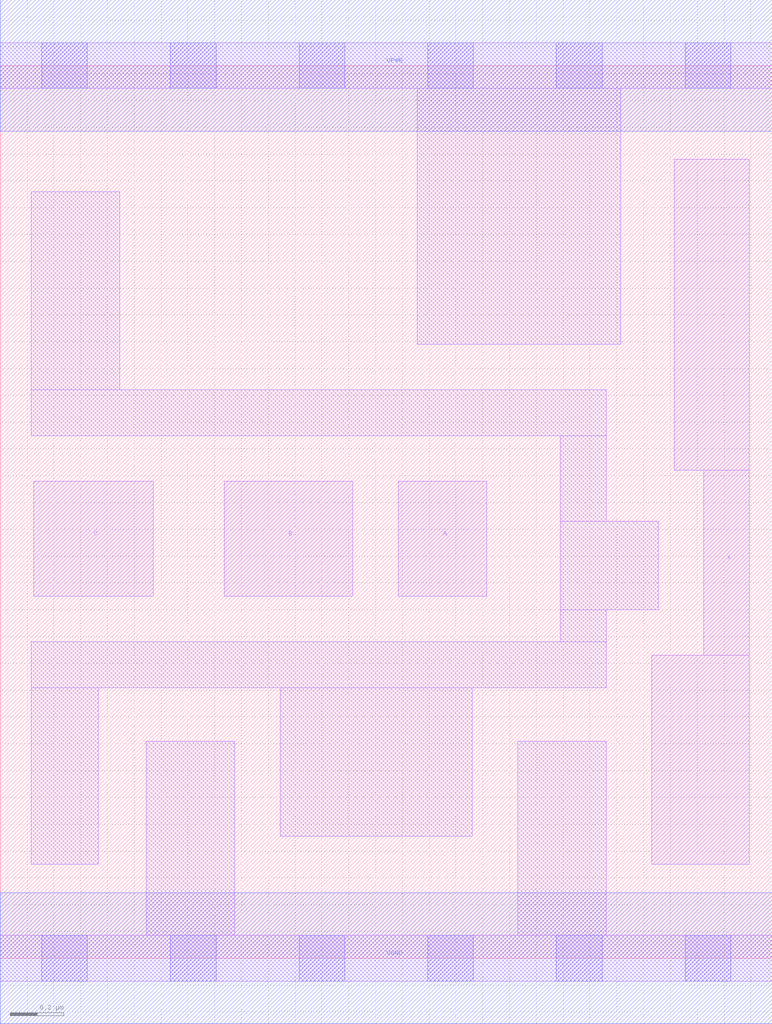
<source format=lef>
# Copyright 2020 The SkyWater PDK Authors
#
# Licensed under the Apache License, Version 2.0 (the "License");
# you may not use this file except in compliance with the License.
# You may obtain a copy of the License at
#
#     https://www.apache.org/licenses/LICENSE-2.0
#
# Unless required by applicable law or agreed to in writing, software
# distributed under the License is distributed on an "AS IS" BASIS,
# WITHOUT WARRANTIES OR CONDITIONS OF ANY KIND, either express or implied.
# See the License for the specific language governing permissions and
# limitations under the License.
#
# SPDX-License-Identifier: Apache-2.0

VERSION 5.7 ;
  NAMESCASESENSITIVE ON ;
  NOWIREEXTENSIONATPIN ON ;
  DIVIDERCHAR "/" ;
  BUSBITCHARS "[]" ;
UNITS
  DATABASE MICRONS 200 ;
END UNITS
MACRO sky130_fd_sc_ls__or3_1
  CLASS CORE ;
  SOURCE USER ;
  FOREIGN sky130_fd_sc_ls__or3_1 ;
  ORIGIN  0.000000  0.000000 ;
  SIZE  2.880000 BY  3.330000 ;
  SYMMETRY X Y ;
  SITE unit ;
  PIN A
    ANTENNAGATEAREA  0.232500 ;
    DIRECTION INPUT ;
    USE SIGNAL ;
    PORT
      LAYER li1 ;
        RECT 1.485000 1.350000 1.815000 1.780000 ;
    END
  END A
  PIN B
    ANTENNAGATEAREA  0.232500 ;
    DIRECTION INPUT ;
    USE SIGNAL ;
    PORT
      LAYER li1 ;
        RECT 0.835000 1.350000 1.315000 1.780000 ;
    END
  END B
  PIN C
    ANTENNAGATEAREA  0.232500 ;
    DIRECTION INPUT ;
    USE SIGNAL ;
    PORT
      LAYER li1 ;
        RECT 0.125000 1.350000 0.570000 1.780000 ;
    END
  END C
  PIN X
    ANTENNADIFFAREA  0.541300 ;
    DIRECTION OUTPUT ;
    USE SIGNAL ;
    PORT
      LAYER li1 ;
        RECT 2.430000 0.350000 2.795000 1.130000 ;
        RECT 2.515000 1.820000 2.795000 2.980000 ;
        RECT 2.625000 1.130000 2.795000 1.820000 ;
    END
  END X
  PIN VGND
    DIRECTION INOUT ;
    SHAPE ABUTMENT ;
    USE GROUND ;
    PORT
      LAYER met1 ;
        RECT 0.000000 -0.245000 2.880000 0.245000 ;
    END
  END VGND
  PIN VPWR
    DIRECTION INOUT ;
    SHAPE ABUTMENT ;
    USE POWER ;
    PORT
      LAYER met1 ;
        RECT 0.000000 3.085000 2.880000 3.575000 ;
    END
  END VPWR
  OBS
    LAYER li1 ;
      RECT 0.000000 -0.085000 2.880000 0.085000 ;
      RECT 0.000000  3.245000 2.880000 3.415000 ;
      RECT 0.115000  0.350000 0.365000 1.010000 ;
      RECT 0.115000  1.010000 2.260000 1.180000 ;
      RECT 0.115000  1.950000 2.260000 2.120000 ;
      RECT 0.115000  2.120000 0.445000 2.860000 ;
      RECT 0.545000  0.085000 0.875000 0.810000 ;
      RECT 1.045000  0.455000 1.760000 1.010000 ;
      RECT 1.555000  2.290000 2.315000 3.245000 ;
      RECT 1.930000  0.085000 2.260000 0.810000 ;
      RECT 2.090000  1.180000 2.260000 1.300000 ;
      RECT 2.090000  1.300000 2.455000 1.630000 ;
      RECT 2.090000  1.630000 2.260000 1.950000 ;
    LAYER mcon ;
      RECT 0.155000 -0.085000 0.325000 0.085000 ;
      RECT 0.155000  3.245000 0.325000 3.415000 ;
      RECT 0.635000 -0.085000 0.805000 0.085000 ;
      RECT 0.635000  3.245000 0.805000 3.415000 ;
      RECT 1.115000 -0.085000 1.285000 0.085000 ;
      RECT 1.115000  3.245000 1.285000 3.415000 ;
      RECT 1.595000 -0.085000 1.765000 0.085000 ;
      RECT 1.595000  3.245000 1.765000 3.415000 ;
      RECT 2.075000 -0.085000 2.245000 0.085000 ;
      RECT 2.075000  3.245000 2.245000 3.415000 ;
      RECT 2.555000 -0.085000 2.725000 0.085000 ;
      RECT 2.555000  3.245000 2.725000 3.415000 ;
  END
END sky130_fd_sc_ls__or3_1

</source>
